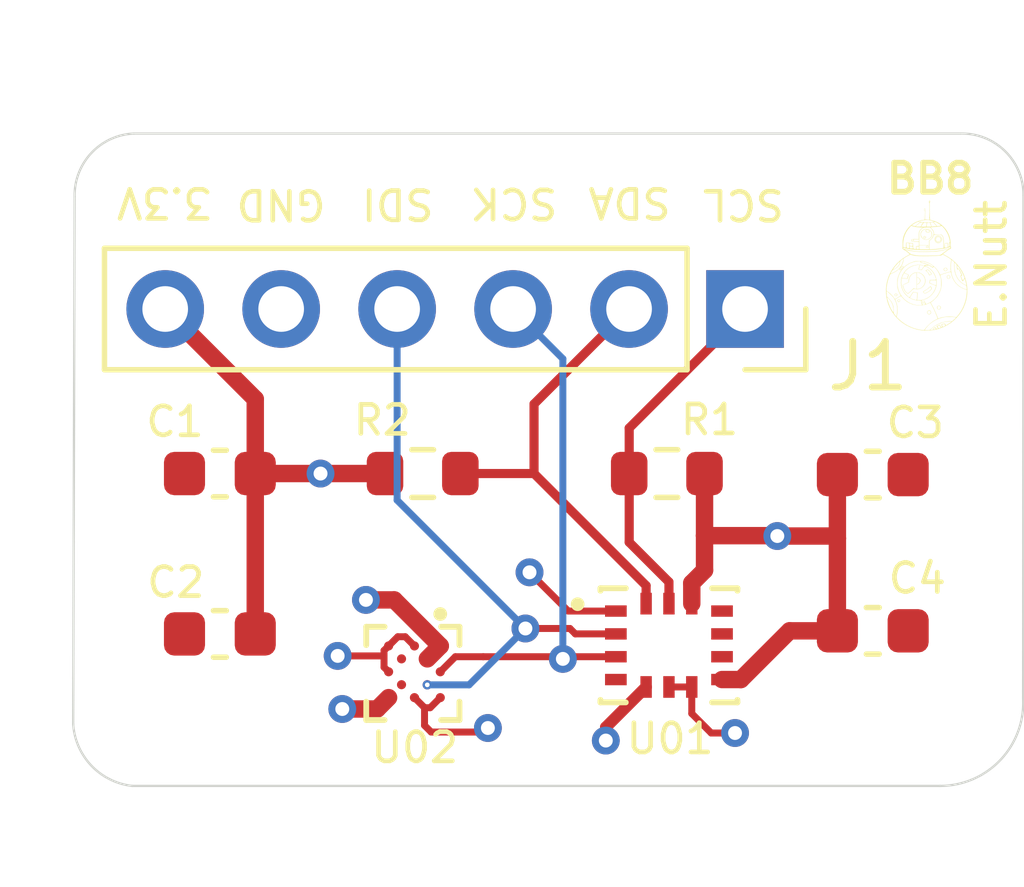
<source format=kicad_pcb>
(kicad_pcb (version 20211014) (generator pcbnew)
  (layers (0 "F.Cu" signal) (1 "In1.Cu" signal "GND.Cu") (2 "In2.Cu" signal "Int3V3.Cu") (31 "B.Cu" signal) (34 "B.Paste" user) (35 "F.Paste" user) (36 "B.SilkS" user "B.Silkscreen") (37 "F.SilkS" user "F.Silkscreen") (38 "B.Mask" user) (39 "F.Mask" user) (44 "Edge.Cuts" user))
  (net 0 "")
  (net 1 "3.3V")
  (net 2 "Net-(U01-Pad3)")
  (net 3 "GND")
  (net 4 "Net-(U01-Pad2)")
  (net 11 "Net-(U01-Pad13)")
  (net 12 "Net-(U01-Pad14)")
  (footprint "LOGO" (layer "F.Cu") (at 105.783238 47.953314)
    (fp_text reference "G***" (at 0 0) (layer "F.SilkS") (effects (font (size 0.0254 0.0254) (thickness 0.00635))))
    (fp_text value "LOGO" hide)
  )
  (footprint "Capacitor_SMD:C_0603_1608Metric" (layer "F.Cu") (at 104.610231 55.94968)
    (fp_text reference "C4" (at 0.974282 -1.149872) (layer "F.SilkS") (effects (font (size 0.635 0.635) (thickness 0.1016))))
    (fp_text value "0.1uF")
    (pad "1" smd roundrect (at -0.775 0) (size 0.9 0.95) (layers "F.Cu" "F.Paste" "F.Mask") (net 1 "3.3V"))
    (pad "2" smd roundrect (at 0.775 0) (size 0.9 0.95) (layers "F.Cu" "F.Paste" "F.Mask") (net 3 "GND"))
  )
  (footprint "Capacitor_SMD:C_0603_1608Metric" (layer "F.Cu") (at 90.310031 52.50494 180)
    (fp_text reference "C1" (at 0.98486 1.13672) (layer "F.SilkS") (effects (font (size 0.635 0.635) (thickness 0.1016))))
    (fp_text value "0.1uF")
    (pad "1" smd roundrect (at -0.775 0 180) (size 0.9 0.95) (layers "F.Cu" "F.Paste" "F.Mask") (net 1 "3.3V"))
    (pad "2" smd roundrect (at 0.775 0 180) (size 0.9 0.95) (layers "F.Cu" "F.Paste" "F.Mask") (net 3 "GND"))
  )
  (footprint "Capacitor_SMD:C_0603_1608Metric" (layer "F.Cu") (at 90.310031 56.017668 180)
    (fp_text reference "C2" (at 0.966082 1.12854) (layer "F.SilkS") (effects (font (size 0.635 0.635) (thickness 0.1016))))
    (fp_text value "0.1uF")
    (pad "1" smd roundrect (at -0.775 0 180) (size 0.9 0.95) (layers "F.Cu" "F.Paste" "F.Mask") (net 1 "3.3V"))
    (pad "2" smd roundrect (at 0.775 0 180) (size 0.9 0.95) (layers "F.Cu" "F.Paste" "F.Mask") (net 3 "GND"))
  )
  (footprint "Sensor_Motion:XDCR_BMM150" (layer "F.Cu") (at 94.536551 56.881763 -90)
    (fp_text reference "U02" (at 1.625021 -0.041598) (layer "F.SilkS") (effects (font (size 0.64 0.64) (thickness 0.1016))))
    (fp_text value "BMM150")
    (pad "A1" smd circle (at -0.601 -0.601 270) (size 0.2 0.2) (layers "F.Cu" "F.Paste" "F.Mask") (net 1 "3.3V"))
    (pad "A3" smd circle (at -0.035 -0.601 270) (size 0.2 0.2) (layers "F.Cu" "F.Paste" "F.Mask") (net 2 "Net-(U01-Pad3)"))
    (pad "A5" smd circle (at 0.531 -0.601 270) (size 0.2 0.2) (layers "F.Cu" "F.Paste" "F.Mask") (net 3 "GND"))
    (pad "B2" smd circle (at -0.318 -0.318 270) (size 0.2 0.2) (layers "F.Cu" "F.Paste" "F.Mask") (net 1 "3.3V"))
    (pad "B4" smd circle (at 0.248 -0.318 270) (size 0.2 0.2) (layers "F.Cu" "F.Paste" "F.Mask") (net 4 "Net-(U01-Pad2)"))
    (pad "C1" smd circle (at -0.601 -0.035 270) (size 0.2 0.2) (layers "F.Cu" "F.Paste" "F.Mask") (net 3 "GND"))
    (pad "C5" smd circle (at 0.531 -0.035 270) (size 0.2 0.2) (layers "F.Cu" "F.Paste" "F.Mask") (net 3 "GND"))
    (pad "D2" smd circle (at -0.318 0.248 270) (size 0.2 0.2) (layers "F.Cu" "F.Paste" "F.Mask"))
    (pad "D4" smd circle (at 0.248 0.248 270) (size 0.2 0.2) (layers "F.Cu" "F.Paste" "F.Mask"))
    (pad "E1" smd circle (at -0.601 0.531 270) (size 0.2 0.2) (layers "F.Cu" "F.Paste" "F.Mask") (net 3 "GND"))
    (pad "E3" smd circle (at -0.035 0.531 270) (size 0.2 0.2) (layers "F.Cu" "F.Paste" "F.Mask") (net 3 "GND"))
    (pad "E5" smd circle (at 0.531 0.531 270) (size 0.2 0.2) (layers "F.Cu" "F.Paste" "F.Mask") (net 1 "3.3V"))
  )
  (footprint "Connector_PinSocket_2.54mm:PinSocket_1x06_P2.54mm_Vertical" (layer "F.Cu") (at 101.812364 48.900959 -90)
    (fp_text reference "J1" (at 1.25412 -2.691753) (layer "F.SilkS"))
    (fp_text value "Conn_01x06_Male")
    (pad "1" thru_hole rect (at 0 0 270) (size 1.7 1.7) (drill 1) (layers *.Cu *.Mask) (net 11 "Net-(U01-Pad13)"))
    (pad "2" thru_hole oval (at 0 2.54 270) (size 1.7 1.7) (drill 1) (layers *.Cu *.Mask) (net 12 "Net-(U01-Pad14)"))
    (pad "3" thru_hole oval (at 0 5.08 270) (size 1.7 1.7) (drill 1) (layers *.Cu *.Mask) (net 2 "Net-(U01-Pad3)"))
    (pad "4" thru_hole oval (at 0 7.62 270) (size 1.7 1.7) (drill 1) (layers *.Cu *.Mask) (net 4 "Net-(U01-Pad2)"))
    (pad "5" thru_hole oval (at 0 10.16 270) (size 1.7 1.7) (drill 1) (layers *.Cu *.Mask) (net 3 "GND"))
    (pad "6" thru_hole oval (at 0 12.7 270) (size 1.7 1.7) (drill 1) (layers *.Cu *.Mask) (net 1 "3.3V"))
  )
  (footprint "Capacitor_SMD:C_0603_1608Metric" (layer "F.Cu") (at 104.610231 52.527603)
    (fp_text reference "C3" (at 0.930631 -1.135802) (layer "F.SilkS") (effects (font (size 0.635 0.635) (thickness 0.1016))))
    (fp_text value "0.1uF")
    (pad "1" smd roundrect (at -0.775 0) (size 0.9 0.95) (layers "F.Cu" "F.Paste" "F.Mask") (net 1 "3.3V"))
    (pad "2" smd roundrect (at 0.775 0) (size 0.9 0.95) (layers "F.Cu" "F.Paste" "F.Mask") (net 3 "GND"))
  )
  (footprint "Resistor_SMD:R_0603_1608Metric" (layer "F.Cu") (at 100.100343 52.50494 180)
    (fp_text reference "R1" (at -0.933409 1.17756) (layer "F.SilkS") (effects (font (size 0.635 0.635) (thickness 0.1016))))
    (fp_text value "10k")
    (pad "1" smd roundrect (at -0.825 0 180) (size 0.8 0.95) (layers "F.Cu" "F.Paste" "F.Mask") (net 1 "3.3V"))
    (pad "2" smd roundrect (at 0.825 0 180) (size 0.8 0.95) (layers "F.Cu" "F.Paste" "F.Mask") (net 11 "Net-(U01-Pad13)"))
  )
  (footprint "Resistor_SMD:R_0603_1608Metric" (layer "F.Cu") (at 94.751932 52.50494)
    (fp_text reference "R2" (at -0.885714 -1.168037) (layer "F.SilkS") (effects (font (size 0.635 0.635) (thickness 0.1016))))
    (fp_text value "10k")
    (pad "1" smd roundrect (at -0.825 0) (size 0.8 0.95) (layers "F.Cu" "F.Paste" "F.Mask") (net 1 "3.3V"))
    (pad "2" smd roundrect (at 0.825 0) (size 0.8 0.95) (layers "F.Cu" "F.Paste" "F.Mask") (net 12 "Net-(U01-Pad14)"))
  )
  (footprint "Sensor_Motion:XDCR_BMI270" (layer "F.Cu") (at 100.145668 56.266958)
    (fp_text reference "U01" (at 0.024716 2.044922) (layer "F.SilkS") (effects (font (size 0.64 0.64) (thickness 0.1016))))
    (fp_text value "BMI270")
    (pad "1" smd rect (at -1.1625 -0.75) (size 0.475 0.25) (layers "F.Cu" "F.Paste" "F.Mask") (net 3 "GND"))
    (pad "2" smd rect (at -1.1625 -0.25) (size 0.475 0.25) (layers "F.Cu" "F.Paste" "F.Mask") (net 4 "Net-(U01-Pad2)"))
    (pad "3" smd rect (at -1.1625 0.25) (size 0.475 0.25) (layers "F.Cu" "F.Paste" "F.Mask") (net 2 "Net-(U01-Pad3)"))
    (pad "4" smd rect (at -1.1625 0.75) (size 0.475 0.25) (layers "F.Cu" "F.Paste" "F.Mask"))
    (pad "5" smd rect (at -0.5 0.9125 90) (size 0.475 0.25) (layers "F.Cu" "F.Paste" "F.Mask") (net 1 "3.3V"))
    (pad "6" smd rect (at 0 0.9125 90) (size 0.475 0.25) (layers "F.Cu" "F.Paste" "F.Mask") (net 3 "GND"))
    (pad "7" smd rect (at 0.5 0.9125 90) (size 0.475 0.25) (layers "F.Cu" "F.Paste" "F.Mask") (net 3 "GND"))
    (pad "8" smd rect (at 1.1625 0.75) (size 0.475 0.25) (layers "F.Cu" "F.Paste" "F.Mask") (net 1 "3.3V"))
    (pad "9" smd rect (at 1.1625 0.25) (size 0.475 0.25) (layers "F.Cu" "F.Paste" "F.Mask"))
    (pad "10" smd rect (at 1.1625 -0.25) (size 0.475 0.25) (layers "F.Cu" "F.Paste" "F.Mask"))
    (pad "11" smd rect (at 1.1625 -0.75) (size 0.475 0.25) (layers "F.Cu" "F.Paste" "F.Mask"))
    (pad "12" smd rect (at 0.5 -0.9125 90) (size 0.475 0.25) (layers "F.Cu" "F.Paste" "F.Mask") (net 1 "3.3V"))
    (pad "13" smd rect (at 0 -0.9125 90) (size 0.475 0.25) (layers "F.Cu" "F.Paste" "F.Mask") (net 11 "Net-(U01-Pad13)"))
    (pad "14" smd rect (at -0.5 -0.9125 90) (size 0.475 0.25) (layers "F.Cu" "F.Paste" "F.Mask") (net 12 "Net-(U01-Pad14)"))
  )
  (gr_arc (start 107.90282 57.435741) (mid 107.403161 58.781081) (end 106.084164 59.346807) (layer "Edge.Cuts") (width 0.05))
  (gr_arc (start 106.533491 45.05821) (mid 107.505903 45.442278) (end 107.911322 46.405983) (layer "Edge.Cuts") (width 0.05))
  (gr_line (start 88.391585 59.346807) (end 106.084164 59.346807) (layer "Edge.Cuts") (width 0.05))
  (gr_line (start 88.425613 45.058209) (end 106.533491 45.058209) (layer "Edge.Cuts") (width 0.05))
  (gr_line (start 87.12882 46.440839) (end 87.097158 57.995044) (layer "Edge.Cuts") (width 0.05))
  (gr_arc (start 87.12882 46.440839) (mid 87.494893 45.484728) (end 88.425613 45.058209) (layer "Edge.Cuts") (width 0.05))
  (gr_arc (start 88.391585 59.346807) (mid 87.498839 58.906043) (end 87.097158 57.995044) (layer "Edge.Cuts") (width 0.05))
  (gr_line (start 107.911322 46.405983) (end 107.90282 57.435741) (layer "Edge.Cuts") (width 0.05))
  (gr_text "3.3V" (at 89.091761 46.569348 -180) (layer "F.SilkS") (effects (font (size 0.635 0.635) (thickness 0.1016))))
  (gr_text "SDA" (at 99.282788 46.569348 -180) (layer "F.SilkS") (effects (font (size 0.635 0.635) (thickness 0.1016))))
  (gr_text "GND" (at 91.650002 46.611286 -180) (layer "F.SilkS") (effects (font (size 0.635 0.635) (thickness 0.1016))))
  (gr_text "BB8" (at 105.867114 46.045118) (layer "F.SilkS") (effects (font (size 0.635 0.635) (thickness 0.127))))
  (gr_text "E.Nutt" (at 107.206555 47.943447 90) (layer "F.SilkS") (effects (font (size 0.635 0.635) (thickness 0.1016))))
  (gr_text "SDI" (at 94.204964 46.597997 -180) (layer "F.SilkS") (effects (font (size 0.64 0.64) (thickness 0.1016))))
  (gr_text "SCL" (at 101.778122 46.611286 -180) (layer "F.SilkS") (effects (font (size 0.635 0.635) (thickness 0.1016))))
  (gr_text "SCK" (at 96.749226 46.584017 -180) (layer "F.SilkS") (effects (font (size 0.64 0.64) (thickness 0.1016))))
  (segment (start 102.511716 53.865829) (end 102.51936 53.873473) (width 0.381) (layer "F.Cu") (net 1))
  (segment (start 91.085031 52.50494) (end 91.085031 56.017668) (width 0.381) (layer "F.Cu") (net 1))
  (segment (start 98.762989 58.062137) (end 98.762989 58.353263) (width 0.254) (layer "F.Cu") (net 1))
  (segment (start 103.835231 52.527603) (end 103.835231 53.923724) (width 0.381) (layer "F.Cu") (net 1))
  (segment (start 95.137551 56.280763) (end 94.129382 55.272594) (width 0.381) (layer "F.Cu") (net 1))
  (segment (start 100.645668 54.904412) (end 100.925343 54.624737) (width 0.381) (layer "F.Cu") (net 1))
  (segment (start 91.085031 52.50494) (end 93.926932 52.50494) (width 0.381) (layer "F.Cu") (net 1))
  (segment (start 103.78498 53.873473) (end 102.51936 53.873473) (width 0.381) (layer "F.Cu") (net 1))
  (segment (start 94.005551 57.412763) (end 93.756257 57.662057) (width 0.381) (layer "F.Cu") (net 1))
  (segment (start 99.645668 57.179458) (end 98.762989 58.062137) (width 0.254) (layer "F.Cu") (net 1))
  (segment (start 103.835231 53.923724) (end 103.78498 53.873473) (width 0.381) (layer "F.Cu") (net 1))
  (segment (start 102.788315 55.94968) (end 103.835231 55.94968) (width 0.381) (layer "F.Cu") (net 1))
  (segment (start 91.085031 52.50494) (end 91.085031 50.873626) (width 0.381) (layer "F.Cu") (net 1))
  (segment (start 100.925343 54.624737) (end 100.925343 53.865829) (width 0.381) (layer "F.Cu") (net 1))
  (segment (start 93.756257 57.662057) (end 92.990778 57.662057) (width 0.381) (layer "F.Cu") (net 1))
  (segment (start 93.926932 52.50494) (end 93.810102 52.38811) (width 0.381) (layer "F.Cu") (net 1))
  (segment (start 100.925343 53.865829) (end 102.511716 53.865829) (width 0.381) (layer "F.Cu") (net 1))
  (segment (start 103.835231 53.923724) (end 103.835231 55.94968) (width 0.381) (layer "F.Cu") (net 1))
  (segment (start 91.085031 50.873626) (end 89.112364 48.900959) (width 0.381) (layer "F.Cu") (net 1))
  (segment (start 100.645668 55.354458) (end 100.645668 54.904412) (width 0.381) (layer "F.Cu") (net 1))
  (segment (start 100.925343 53.865829) (end 100.925343 52.50494) (width 0.381) (layer "F.Cu") (net 1))
  (segment (start 101.308168 57.016958) (end 101.721037 57.016958) (width 0.381) (layer "F.Cu") (net 1))
  (segment (start 94.129382 55.272594) (end 93.509464 55.272594) (width 0.381) (layer "F.Cu") (net 1))
  (segment (start 94.854551 56.563763) (end 95.137551 56.280763) (width 0.381) (layer "F.Cu") (net 1))
  (segment (start 101.721037 57.016958) (end 102.788315 55.94968) (width 0.381) (layer "F.Cu") (net 1))
  (via (at 92.990778 57.662057) (size 0.6096) (drill 0.3048) (layers "F.Cu" "B.Cu") (net 1))
  (via (at 92.514616 52.505363) (size 0.6096) (drill 0.3048) (layers "F.Cu" "B.Cu") (net 1))
  (via (at 93.509464 55.272594) (size 0.6096) (drill 0.3048) (layers "F.Cu" "B.Cu") (net 1))
  (via (at 102.51936 53.873473) (size 0.6096) (drill 0.3048) (layers "F.Cu" "B.Cu") (net 1))
  (via (at 98.762989 58.353263) (size 0.6096) (drill 0.3048) (layers "F.Cu" "B.Cu") (net 1))
  (segment (start 96.077583 56.516958) (end 95.467356 56.516958) (width 0.1524) (layer "F.Cu") (net 2))
  (segment (start 95.467356 56.516958) (end 95.137551 56.846763) (width 0.1524) (layer "F.Cu") (net 2))
  (segment (start 98.983168 56.516958) (end 96.077583 56.516958) (width 0.1524) (layer "F.Cu") (net 2))
  (via (at 97.822107 56.564575) (size 0.6096) (drill 0.3048) (layers "F.Cu" "B.Cu") (net 2))
  (segment (start 97.822107 49.990702) (end 96.732364 48.900959) (width 0.1524) (layer "B.Cu") (net 2))
  (segment (start 97.822107 56.564575) (end 97.822107 49.990702) (width 0.1524) (layer "B.Cu") (net 2))
  (segment (start 93.905551 56.499337) (end 92.890217 56.499337) (width 0.1524) (layer "F.Cu") (net 3))
  (segment (start 101.0714 58.187837) (end 101.5933 58.187837) (width 0.1524) (layer "F.Cu") (net 3))
  (segment (start 94.005551 56.280763) (end 94.20708 56.079234) (width 0.1524) (layer "F.Cu") (net 3))
  (segment (start 93.905551 56.380763) (end 93.905551 56.499337) (width 0.1524) (layer "F.Cu") (net 3))
  (segment (start 97.940753 55.516958) (end 97.091914 54.668119) (width 0.1524) (layer "F.Cu") (net 3))
  (segment (start 92.890217 56.499337) (end 92.889791 56.498911) (width 0.1524) (layer "F.Cu") (net 3))
  (segment (start 93.905551 56.499337) (end 93.905551 56.746763) (width 0.1524) (layer "F.Cu") (net 3))
  (segment (start 94.005551 56.280763) (end 93.905551 56.380763) (width 0.1524) (layer "F.Cu") (net 3))
  (segment (start 94.571551 57.412763) (end 94.598371 57.412763) (width 0.1524) (layer "F.Cu") (net 3))
  (segment (start 94.370022 56.079234) (end 94.571551 56.280763) (width 0.1524) (layer "F.Cu") (net 3))
  (segment (start 93.905551 56.746763) (end 94.005551 56.846763) (width 0.1524) (layer "F.Cu") (net 3))
  (segment (start 100.145668 57.179458) (end 100.645668 57.179458) (width 0.1524) (layer "F.Cu") (net 3))
  (segment (start 100.645668 57.179458) (end 100.645668 57.762105) (width 0.1524) (layer "F.Cu") (net 3))
  (segment (start 95.137551 57.412763) (end 94.916656 57.633658) (width 0.1524) (layer "F.Cu") (net 3))
  (segment (start 94.792446 57.633658) (end 94.792446 58.021574) (width 0.1524) (layer "F.Cu") (net 3))
  (segment (start 100.645668 57.762105) (end 101.0714 58.187837) (width 0.1524) (layer "F.Cu") (net 3))
  (segment (start 94.792446 58.021574) (end 94.937475 58.166603) (width 0.1524) (layer "F.Cu") (net 3))
  (segment (start 98.983168 55.516958) (end 97.940753 55.516958) (width 0.1524) (layer "F.Cu") (net 3))
  (segment (start 94.937475 58.166603) (end 96.09173 58.166603) (width 0.1524) (layer "F.Cu") (net 3))
  (segment (start 96.09173 58.166603) (end 96.180094 58.078239) (width 0.1524) (layer "F.Cu") (net 3))
  (segment (start 94.916656 57.633658) (end 94.792446 57.633658) (width 0.1524) (layer "F.Cu") (net 3))
  (segment (start 94.792446 57.633658) (end 94.571551 57.412763) (width 0.1524) (layer "F.Cu") (net 3))
  (segment (start 94.20708 56.079234) (end 94.370022 56.079234) (width 0.1524) (layer "F.Cu") (net 3))
  (via (at 101.5933 58.187837) (size 0.6096) (drill 0.3048) (layers "F.Cu" "B.Cu") (net 3))
  (via (at 97.091914 54.668119) (size 0.6096) (drill 0.3048) (layers "F.Cu" "B.Cu") (net 3))
  (via (at 96.180094 58.078239) (size 0.6096) (drill 0.3048) (layers "F.Cu" "B.Cu") (net 3))
  (via (at 92.889791 56.498911) (size 0.6096) (drill 0.3048) (layers "F.Cu" "B.Cu") (net 3))
  (segment (start 98.983168 56.016958) (end 98.095441 56.016958) (width 0.1524) (layer "F.Cu") (net 4))
  (segment (start 97.977229 55.898746) (end 97.002369 55.898746) (width 0.1524) (layer "F.Cu") (net 4))
  (segment (start 98.095441 56.016958) (end 97.977229 55.898746) (width 0.1524) (layer "F.Cu") (net 4))
  (via (at 94.852123 57.132932) (size 0.2032) (drill 0.1016) (layers "F.Cu" "B.Cu") (net 4))
  (via (at 97.002369 55.898746) (size 0.6096) (drill 0.3048) (layers "F.Cu" "B.Cu") (net 4))
  (segment (start 94.192364 53.088741) (end 94.192364 48.900959) (width 0.1524) (layer "B.Cu") (net 4))
  (segment (start 97.002369 55.898746) (end 94.192364 53.088741) (width 0.1524) (layer "B.Cu") (net 4))
  (segment (start 94.852123 57.132932) (end 95.768183 57.132932) (width 0.1524) (layer "B.Cu") (net 4))
  (segment (start 95.768183 57.132932) (end 97.002369 55.898746) (width 0.1524) (layer "B.Cu") (net 4))
  (segment (start 99.275343 52.50494) (end 99.275343 51.508967) (width 0.2) (layer "F.Cu") (net 11))
  (segment (start 100.145668 55.354458) (end 100.145668 54.879959) (width 0.2) (layer "F.Cu") (net 11))
  (segment (start 99.275343 54.009634) (end 99.275343 52.50494) (width 0.2) (layer "F.Cu") (net 11))
  (segment (start 100.145668 54.879959) (end 99.275343 54.009634) (width 0.2) (layer "F.Cu") (net 11))
  (segment (start 101.430102 48.518697) (end 101.430102 48.292005) (width 0.2) (layer "F.Cu") (net 11))
  (segment (start 99.275343 51.508967) (end 101.812364 48.971946) (width 0.2) (layer "F.Cu") (net 11))
  (segment (start 97.191029 52.50494) (end 97.191029 50.982294) (width 0.2) (layer "F.Cu") (net 12))
  (segment (start 98.890102 48.518697) (end 98.890102 48.292005) (width 0.2) (layer "F.Cu") (net 12))
  (segment (start 99.645668 54.959579) (end 97.191029 52.50494) (width 0.2) (layer "F.Cu") (net 12))
  (segment (start 97.191029 50.982294) (end 99.272364 48.900959) (width 0.2) (layer "F.Cu") (net 12))
  (segment (start 97.191029 52.50494) (end 95.576932 52.50494) (width 0.2) (layer "F.Cu") (net 12))
  (segment (start 99.645668 55.354458) (end 99.645668 54.959579) (width 0.2) (layer "F.Cu") (net 12))
)
</source>
